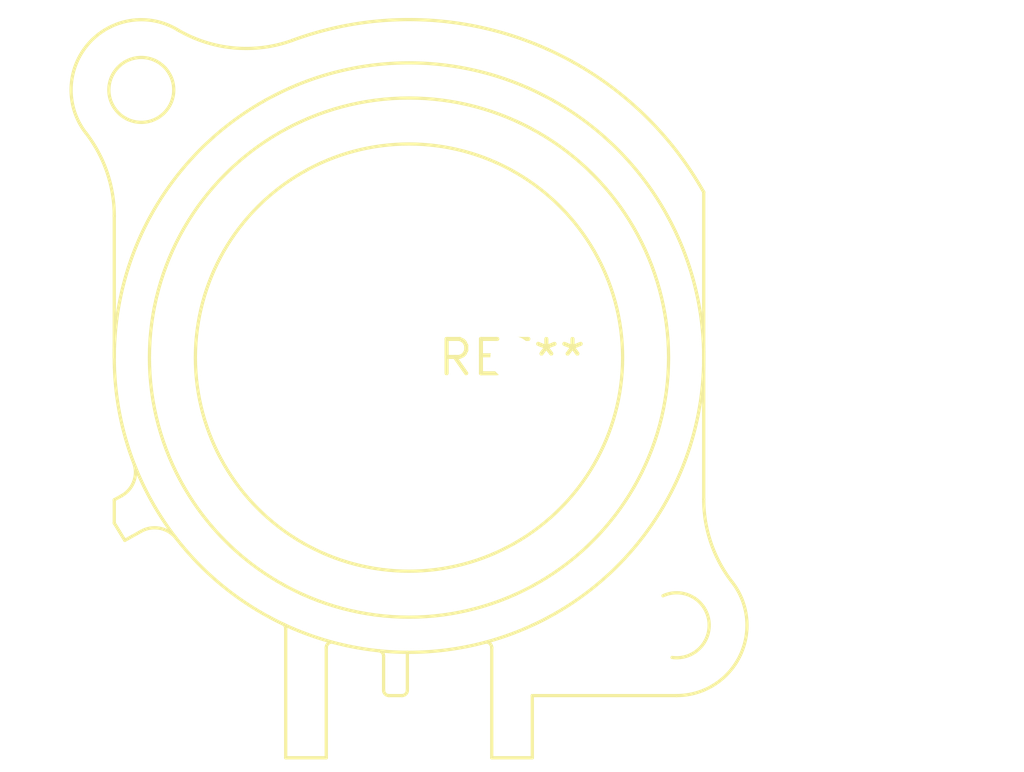
<source format=kicad_pcb>
(kicad_pcb (version 20240108) (generator pcbnew)
  (layers (0 "F.Cu" signal) (31 "B.Cu" signal) (34 "B.Paste" user) (35 "F.Paste" user) (36 "B.SilkS" user "B.Silkscreen") (37 "F.SilkS" user "F.Silkscreen") (38 "B.Mask" user) (39 "F.Mask" user) (44 "Edge.Cuts" user))
  (net 0 "")
  (footprint "Jack_XLR_Neutrik_NC3FAAV2-0_Vertical" (layer "F.Cu") (at 0 0)
    (property "Reference" "REF**")
    (property "Value" "Jack_XLR_Neutrik_NC3FAAV2-0_Vertical")
    (fp_line (start -14.71 0) (end -14.71 -5.24) (layer "F.SilkS") (stroke (width 0.12)))
    (fp_line (start -14.71 5.26) (end -14.44 5.11) (layer "F.SilkS") (stroke (width 0.12)))
    (fp_line (start -14.71 6.12) (end -14.71 5.26) (layer "F.SilkS") (stroke (width 0.12)))
    (fp_line (start -14.32 6.76) (end -14.71 6.12) (layer "F.SilkS") (stroke (width 0.12)))
    (fp_line (start -13.71 6.42) (end -14.32 6.76) (layer "F.SilkS") (stroke (width 0.12)))
    (fp_line (start -8.37 10.03) (end -8.37 14.8) (layer "F.SilkS") (stroke (width 0.12)))
    (fp_line (start -6.87 14.8) (end -8.37 14.8) (layer "F.SilkS") (stroke (width 0.12)))
    (fp_line (start -6.87 14.8) (end -6.87 10.73) (layer "F.SilkS") (stroke (width 0.12)))
    (fp_line (start -4.75 11.04) (end -4.75 12.3) (layer "F.SilkS") (stroke (width 0.12)))
    (fp_line (start -4.07 12.5) (end -4.55 12.5) (layer "F.SilkS") (stroke (width 0.12)))
    (fp_line (start -3.87 10.9) (end -3.87 12.3) (layer "F.SilkS") (stroke (width 0.12)))
    (fp_line (start -0.75 10.73) (end -0.75 10.73) (layer "F.SilkS") (stroke (width 0.12)))
    (fp_line (start -0.75 14.8) (end -0.75 10.73) (layer "F.SilkS") (stroke (width 0.12)))
    (fp_line (start 0.75 12.5) (end 6.09 12.5) (layer "F.SilkS") (stroke (width 0.12)))
    (fp_line (start 0.75 14.8) (end -0.75 14.8) (layer "F.SilkS") (stroke (width 0.12)))
    (fp_line (start 0.75 14.8) (end 0.75 12.5) (layer "F.SilkS") (stroke (width 0.12)))
    (fp_line (start 7.09 5.24) (end 7.09 -6.12) (layer "F.SilkS") (stroke (width 0.12)))
    (fp_arc (start -15.766689 -8.317569) (mid -14.98153 -6.866962) (end -14.71 -5.24) (layer "F.SilkS") (stroke (width 0.12)))
    (fp_arc (start -15.761979 -8.309032) (mid -15.65429 -11.620911) (end -12.38 -12.13) (layer "F.SilkS") (stroke (width 0.12)))
    (fp_arc (start -13.969214 3.951372) (mid -13.999461 4.614043) (end -14.44 5.11) (layer "F.SilkS") (stroke (width 0.12)))
    (fp_arc (start -13.71 6.42) (mid -13.01025 6.315915) (end -12.412202 6.693832) (layer "F.SilkS") (stroke (width 0.12)))
    (fp_arc (start -8.436364 9.870864) (mid -8.385177 9.942924) (end -8.37 10.03) (layer "F.SilkS") (stroke (width 0.12)))
    (fp_arc (start -8.12905 -11.730738) (mid 0.51404 -11.7289) (end 7.09 -6.12) (layer "F.SilkS") (stroke (width 0.12)))
    (fp_arc (start -8.118081 -11.733841) (mid -10.293498 -11.453642) (end -12.38 -12.13) (layer "F.SilkS") (stroke (width 0.12)))
    (fp_arc (start -6.87 10.73) (mid -6.814828 10.588126) (end -6.678303 10.520799) (layer "F.SilkS") (stroke (width 0.12)))
    (fp_arc (start -4.908418 10.84437) (mid -4.794571 10.914136) (end -4.75 11.04) (layer "F.SilkS") (stroke (width 0.12)))
    (fp_arc (start -4.55 12.5) (mid -4.691421 12.441421) (end -4.75 12.3) (layer "F.SilkS") (stroke (width 0.12)))
    (fp_arc (start -3.87 12.3) (mid -3.928579 12.441421) (end -4.07 12.5) (layer "F.SilkS") (stroke (width 0.12)))
    (fp_arc (start -0.949009 10.520288) (mid -0.807671 10.585446) (end -0.75 10.73) (layer "F.SilkS") (stroke (width 0.12)))
    (fp_arc (start 5.584454 8.809393) (mid 7.279278 9.725021) (end 5.92 11.09) (layer "F.SilkS") (stroke (width 0.12)))
    (fp_arc (start 8.141619 8.302858) (mid 8.42587 11.041804) (end 6.09 12.5) (layer "F.SilkS") (stroke (width 0.12)))
    (fp_arc (start 8.14247 8.305283) (mid 7.360446 6.860467) (end 7.09 5.24) (layer "F.SilkS") (stroke (width 0.12)))
    (fp_circle (center -13.71 -9.9) (end -12.51 -9.9) (layer "F.SilkS") (stroke (width 0.12)) (fill none))
    (fp_circle (center -3.81 0) (end 4.09 0) (layer "F.SilkS") (stroke (width 0.12)) (fill none))
    (fp_circle (center -3.81 0) (end 5.79 0) (layer "F.SilkS") (stroke (width 0.12)) (fill none))
    (fp_circle (center -3.81 0) (end 7.09 0) (layer "F.SilkS") (stroke (width 0.12)) (fill none))
    (pad "1" thru_hole circle (at 0 0) (size 3.4 3.4) (drill 1.6) (layers *.Cu *.Mask) (remove_unused_layers))
    (pad "2" thru_hole circle (at -7.62 0) (size 3.4 3.4) (drill 1.6) (layers *.Cu *.Mask) (remove_unused_layers))
    (pad "3" thru_hole circle (at -3.81 4.45) (size 2.9 2.9) (drill 1.2) (layers *.Cu *.Mask) (remove_unused_layers))
    (pad "G" thru_hole circle (at 4.44 10.16) (size 2.9 2.9) (drill 1.2) (layers *.Cu *.Mask) (remove_unused_layers))
  )
)
</source>
